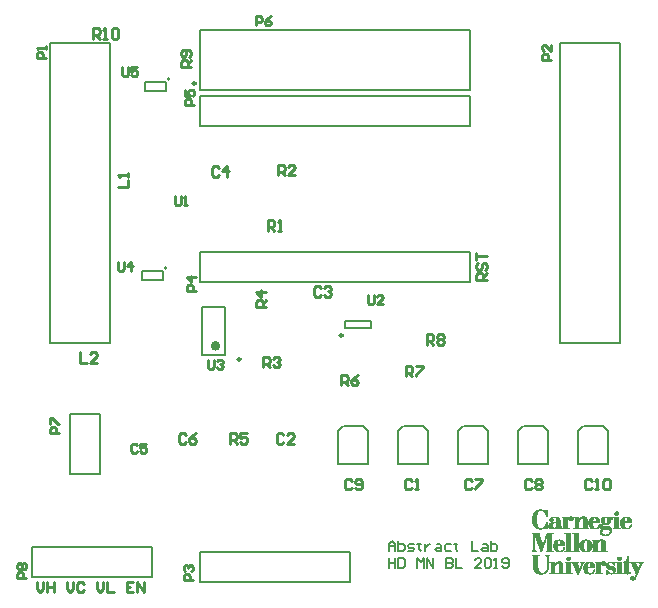
<source format=gto>
G04*
G04 #@! TF.GenerationSoftware,Altium Limited,Altium Designer,19.0.12 (326)*
G04*
G04 Layer_Color=65535*
%FSLAX25Y25*%
%MOIN*%
G70*
G01*
G75*
%ADD10C,0.01000*%
%ADD11C,0.00984*%
%ADD12C,0.00800*%
%ADD13C,0.01575*%
%ADD14C,0.00100*%
%ADD15C,0.00787*%
D10*
X68000Y173000D02*
G03*
X68000Y173000I-500J0D01*
G01*
X29500Y83399D02*
Y80000D01*
X31766D01*
X35165D02*
X32899D01*
X35165Y82266D01*
Y82832D01*
X34598Y83399D01*
X33465D01*
X32899Y82832D01*
X165000Y107500D02*
X161601D01*
Y109200D01*
X162168Y109766D01*
X163301D01*
X163867Y109200D01*
Y107500D01*
Y108633D02*
X165000Y109766D01*
X162168Y113165D02*
X161601Y112598D01*
Y111465D01*
X162168Y110899D01*
X162734D01*
X163301Y111465D01*
Y112598D01*
X163867Y113165D01*
X164434D01*
X165000Y112598D01*
Y111465D01*
X164434Y110899D01*
X161601Y114298D02*
Y116564D01*
Y115431D01*
X165000D01*
X145000Y86000D02*
Y89399D01*
X146700D01*
X147266Y88832D01*
Y87700D01*
X146700Y87133D01*
X145000D01*
X146133D02*
X147266Y86000D01*
X148399Y88832D02*
X148965Y89399D01*
X150098D01*
X150665Y88832D01*
Y88266D01*
X150098Y87700D01*
X150665Y87133D01*
Y86567D01*
X150098Y86000D01*
X148965D01*
X148399Y86567D01*
Y87133D01*
X148965Y87700D01*
X148399Y88266D01*
Y88832D01*
X148965Y87700D02*
X150098D01*
X138000Y75500D02*
Y78899D01*
X139699D01*
X140266Y78332D01*
Y77200D01*
X139699Y76633D01*
X138000D01*
X139133D02*
X140266Y75500D01*
X141399Y78899D02*
X143665D01*
Y78332D01*
X141399Y76066D01*
Y75500D01*
X116500Y72500D02*
Y75899D01*
X118200D01*
X118766Y75332D01*
Y74199D01*
X118200Y73633D01*
X116500D01*
X117633D02*
X118766Y72500D01*
X122165Y75899D02*
X121032Y75332D01*
X119899Y74199D01*
Y73067D01*
X120465Y72500D01*
X121598D01*
X122165Y73067D01*
Y73633D01*
X121598Y74199D01*
X119899D01*
X119966Y40532D02*
X119399Y41099D01*
X118266D01*
X117700Y40532D01*
Y38267D01*
X118266Y37700D01*
X119399D01*
X119966Y38267D01*
X121099D02*
X121665Y37700D01*
X122798D01*
X123365Y38267D01*
Y40532D01*
X122798Y41099D01*
X121665D01*
X121099Y40532D01*
Y39966D01*
X121665Y39399D01*
X123365D01*
X139966Y40532D02*
X139400Y41099D01*
X138267D01*
X137700Y40532D01*
Y38267D01*
X138267Y37700D01*
X139400D01*
X139966Y38267D01*
X141099Y37700D02*
X142232D01*
X141665D01*
Y41099D01*
X141099Y40532D01*
X159966D02*
X159399Y41099D01*
X158266D01*
X157700Y40532D01*
Y38267D01*
X158266Y37700D01*
X159399D01*
X159966Y38267D01*
X161099Y41099D02*
X163365D01*
Y40532D01*
X161099Y38267D01*
Y37700D01*
X179966Y40532D02*
X179400Y41099D01*
X178267D01*
X177700Y40532D01*
Y38267D01*
X178267Y37700D01*
X179400D01*
X179966Y38267D01*
X181099Y40532D02*
X181665Y41099D01*
X182798D01*
X183365Y40532D01*
Y39966D01*
X182798Y39399D01*
X183365Y38833D01*
Y38267D01*
X182798Y37700D01*
X181665D01*
X181099Y38267D01*
Y38833D01*
X181665Y39399D01*
X181099Y39966D01*
Y40532D01*
X181665Y39399D02*
X182798D01*
X199966Y40532D02*
X199399Y41099D01*
X198266D01*
X197700Y40532D01*
Y38267D01*
X198266Y37700D01*
X199399D01*
X199966Y38267D01*
X201099Y37700D02*
X202232D01*
X201665D01*
Y41099D01*
X201099Y40532D01*
X203931D02*
X204498Y41099D01*
X205631D01*
X206197Y40532D01*
Y38267D01*
X205631Y37700D01*
X204498D01*
X203931Y38267D01*
Y40532D01*
X97266Y55832D02*
X96700Y56399D01*
X95566D01*
X95000Y55832D01*
Y53566D01*
X95566Y53000D01*
X96700D01*
X97266Y53566D01*
X100665Y53000D02*
X98399D01*
X100665Y55266D01*
Y55832D01*
X100098Y56399D01*
X98965D01*
X98399Y55832D01*
X79500Y53000D02*
Y56399D01*
X81200D01*
X81766Y55832D01*
Y54699D01*
X81200Y54133D01*
X79500D01*
X80633D02*
X81766Y53000D01*
X85165Y56399D02*
X82899D01*
Y54699D01*
X84032Y55266D01*
X84598D01*
X85165Y54699D01*
Y53566D01*
X84598Y53000D01*
X83465D01*
X82899Y53566D01*
X64766Y55832D02*
X64200Y56399D01*
X63067D01*
X62500Y55832D01*
Y53566D01*
X63067Y53000D01*
X64200D01*
X64766Y53566D01*
X68165Y56399D02*
X67032Y55832D01*
X65899Y54699D01*
Y53566D01*
X66465Y53000D01*
X67598D01*
X68165Y53566D01*
Y54133D01*
X67598Y54699D01*
X65899D01*
X90500Y78500D02*
Y81899D01*
X92199D01*
X92766Y81332D01*
Y80199D01*
X92199Y79633D01*
X90500D01*
X91633D02*
X92766Y78500D01*
X93899Y81332D02*
X94465Y81899D01*
X95598D01*
X96165Y81332D01*
Y80766D01*
X95598Y80199D01*
X95032D01*
X95598D01*
X96165Y79633D01*
Y79066D01*
X95598Y78500D01*
X94465D01*
X93899Y79066D01*
X125421Y102499D02*
Y100000D01*
X125921Y99500D01*
X126921D01*
X127421Y100000D01*
Y102499D01*
X130420Y99500D02*
X128420D01*
X130420Y101499D01*
Y101999D01*
X129920Y102499D01*
X128920D01*
X128420Y101999D01*
X109766Y104832D02*
X109200Y105399D01*
X108066D01*
X107500Y104832D01*
Y102567D01*
X108066Y102000D01*
X109200D01*
X109766Y102567D01*
X110899Y104832D02*
X111465Y105399D01*
X112598D01*
X113165Y104832D01*
Y104266D01*
X112598Y103700D01*
X112032D01*
X112598D01*
X113165Y103133D01*
Y102567D01*
X112598Y102000D01*
X111465D01*
X110899Y102567D01*
X91500Y98500D02*
X88101D01*
Y100199D01*
X88668Y100766D01*
X89801D01*
X90367Y100199D01*
Y98500D01*
Y99633D02*
X91500Y100766D01*
Y103598D02*
X88101D01*
X89801Y101899D01*
Y104165D01*
X75766Y144832D02*
X75200Y145399D01*
X74067D01*
X73500Y144832D01*
Y142567D01*
X74067Y142000D01*
X75200D01*
X75766Y142567D01*
X78598Y142000D02*
Y145399D01*
X76899Y143700D01*
X79165D01*
X95500Y142500D02*
Y145899D01*
X97199D01*
X97766Y145332D01*
Y144200D01*
X97199Y143633D01*
X95500D01*
X96633D02*
X97766Y142500D01*
X101165D02*
X98899D01*
X101165Y144766D01*
Y145332D01*
X100598Y145899D01*
X99465D01*
X98899Y145332D01*
X92000Y124000D02*
Y127399D01*
X93700D01*
X94266Y126832D01*
Y125699D01*
X93700Y125133D01*
X92000D01*
X93133D02*
X94266Y124000D01*
X95399D02*
X96532D01*
X95965D01*
Y127399D01*
X95399Y126832D01*
X42000Y113574D02*
Y111075D01*
X42500Y110575D01*
X43499D01*
X43999Y111075D01*
Y113574D01*
X46499Y110575D02*
Y113574D01*
X44999Y112074D01*
X46998D01*
X72000Y80999D02*
Y78500D01*
X72500Y78000D01*
X73500D01*
X73999Y78500D01*
Y80999D01*
X74999Y80499D02*
X75499Y80999D01*
X76499D01*
X76998Y80499D01*
Y79999D01*
X76499Y79500D01*
X75999D01*
X76499D01*
X76998Y79000D01*
Y78500D01*
X76499Y78000D01*
X75499D01*
X74999Y78500D01*
X68000Y104000D02*
X65001D01*
Y105499D01*
X65501Y105999D01*
X66501D01*
X67000Y105499D01*
Y104000D01*
X68000Y108499D02*
X65001D01*
X66501Y106999D01*
Y108998D01*
X61000Y135499D02*
Y133000D01*
X61500Y132500D01*
X62499D01*
X62999Y133000D01*
Y135499D01*
X63999Y132500D02*
X64999D01*
X64499D01*
Y135499D01*
X63999Y134999D01*
X42101Y138500D02*
X45500D01*
Y140766D01*
Y141899D02*
Y143032D01*
Y142465D01*
X42101D01*
X42668Y141899D01*
X88000Y192500D02*
Y195499D01*
X89499D01*
X89999Y194999D01*
Y194000D01*
X89499Y193500D01*
X88000D01*
X92998Y195499D02*
X91999Y194999D01*
X90999Y194000D01*
Y193000D01*
X91499Y192500D01*
X92499D01*
X92998Y193000D01*
Y193500D01*
X92499Y194000D01*
X90999D01*
X33750Y188000D02*
Y191399D01*
X35449D01*
X36016Y190832D01*
Y189699D01*
X35449Y189133D01*
X33750D01*
X34883D02*
X36016Y188000D01*
X37149D02*
X38282D01*
X37716D01*
Y191399D01*
X37149Y190832D01*
X39981D02*
X40548Y191399D01*
X41681D01*
X42247Y190832D01*
Y188567D01*
X41681Y188000D01*
X40548D01*
X39981Y188567D01*
Y190832D01*
X67500Y166000D02*
X64501D01*
Y167499D01*
X65001Y167999D01*
X66000D01*
X66500Y167499D01*
Y166000D01*
X64501Y170998D02*
Y168999D01*
X66000D01*
X65501Y169999D01*
Y170499D01*
X66000Y170998D01*
X67000D01*
X67500Y170499D01*
Y169499D01*
X67000Y168999D01*
X43500Y178499D02*
Y176000D01*
X44000Y175500D01*
X45000D01*
X45499Y176000D01*
Y178499D01*
X48498D02*
X46499D01*
Y176999D01*
X47499Y177499D01*
X47999D01*
X48498Y176999D01*
Y176000D01*
X47999Y175500D01*
X46999D01*
X46499Y176000D01*
X186500Y181000D02*
X183501D01*
Y182500D01*
X184001Y182999D01*
X185001D01*
X185500Y182500D01*
Y181000D01*
X186500Y185998D02*
Y183999D01*
X184501Y185998D01*
X184001D01*
X183501Y185499D01*
Y184499D01*
X184001Y183999D01*
X18000Y181500D02*
X15001D01*
Y183000D01*
X15501Y183499D01*
X16500D01*
X17000Y183000D01*
Y181500D01*
X18000Y184499D02*
Y185499D01*
Y184999D01*
X15001D01*
X15501Y184499D01*
X48499Y52499D02*
X48000Y52999D01*
X47000D01*
X46500Y52499D01*
Y50500D01*
X47000Y50000D01*
X48000D01*
X48499Y50500D01*
X51498Y52999D02*
X49499D01*
Y51499D01*
X50499Y51999D01*
X50999D01*
X51498Y51499D01*
Y50500D01*
X50999Y50000D01*
X49999D01*
X49499Y50500D01*
X22500Y56500D02*
X19501D01*
Y57999D01*
X20001Y58499D01*
X21001D01*
X21500Y57999D01*
Y56500D01*
X19501Y59499D02*
Y61498D01*
X20001D01*
X22000Y59499D01*
X22500D01*
X47266Y6899D02*
X45000D01*
Y3500D01*
X47266D01*
X45000Y5200D02*
X46133D01*
X48399Y3500D02*
Y6899D01*
X50665Y3500D01*
Y6899D01*
X35000D02*
Y4633D01*
X36133Y3500D01*
X37266Y4633D01*
Y6899D01*
X38399D02*
Y3500D01*
X40665D01*
X25000Y6899D02*
Y4633D01*
X26133Y3500D01*
X27266Y4633D01*
Y6899D01*
X30665Y6332D02*
X30098Y6899D01*
X28965D01*
X28399Y6332D01*
Y4067D01*
X28965Y3500D01*
X30098D01*
X30665Y4067D01*
X15000Y6899D02*
Y4633D01*
X16133Y3500D01*
X17266Y4633D01*
Y6899D01*
X18399D02*
Y3500D01*
Y5200D01*
X20665D01*
Y6899D01*
Y3500D01*
X67000Y7500D02*
X64001D01*
Y8999D01*
X64501Y9499D01*
X65500D01*
X66000Y8999D01*
Y7500D01*
X64501Y10499D02*
X64001Y10999D01*
Y11999D01*
X64501Y12498D01*
X65001D01*
X65500Y11999D01*
Y11499D01*
Y11999D01*
X66000Y12498D01*
X66500D01*
X67000Y11999D01*
Y10999D01*
X66500Y10499D01*
X11500Y8149D02*
X8501D01*
Y9648D01*
X9001Y10148D01*
X10001D01*
X10500Y9648D01*
Y8149D01*
X9001Y11148D02*
X8501Y11648D01*
Y12648D01*
X9001Y13147D01*
X9501D01*
X10001Y12648D01*
X10500Y13147D01*
X11000D01*
X11500Y12648D01*
Y11648D01*
X11000Y11148D01*
X10500D01*
X10001Y11648D01*
X9501Y11148D01*
X9001D01*
X10001Y11648D02*
Y12648D01*
X66500Y178500D02*
X63101D01*
Y180200D01*
X63668Y180766D01*
X64801D01*
X65367Y180200D01*
Y178500D01*
Y179633D02*
X66500Y180766D01*
X65934Y181899D02*
X66500Y182465D01*
Y183598D01*
X65934Y184165D01*
X63668D01*
X63101Y183598D01*
Y182465D01*
X63668Y181899D01*
X64234D01*
X64801Y182465D01*
Y184165D01*
D11*
X116980Y89000D02*
G03*
X116980Y89000I-492J0D01*
G01*
X82957Y81051D02*
G03*
X82957Y81051I-492J0D01*
G01*
D12*
X58208Y111480D02*
G03*
X58208Y111480I-318J0D01*
G01*
X59208Y174480D02*
G03*
X59208Y174480I-318J0D01*
G01*
X132300Y17238D02*
Y19371D01*
X133366Y20437D01*
X134433Y19371D01*
Y17238D01*
Y18838D01*
X132300D01*
X135499Y20437D02*
Y17238D01*
X137099D01*
X137632Y17771D01*
Y18304D01*
Y18838D01*
X137099Y19371D01*
X135499D01*
X138698Y17238D02*
X140297D01*
X140831Y17771D01*
X140297Y18304D01*
X139231D01*
X138698Y18838D01*
X139231Y19371D01*
X140831D01*
X142430Y19904D02*
Y19371D01*
X141897D01*
X142963D01*
X142430D01*
Y17771D01*
X142963Y17238D01*
X144563Y19371D02*
Y17238D01*
Y18304D01*
X145096Y18838D01*
X145629Y19371D01*
X146162D01*
X148295D02*
X149361D01*
X149894Y18838D01*
Y17238D01*
X148295D01*
X147762Y17771D01*
X148295Y18304D01*
X149894D01*
X153093Y19371D02*
X151494D01*
X150961Y18838D01*
Y17771D01*
X151494Y17238D01*
X153093D01*
X154693Y19904D02*
Y19371D01*
X154160D01*
X155226D01*
X154693D01*
Y17771D01*
X155226Y17238D01*
X160024Y20437D02*
Y17238D01*
X162157D01*
X163757Y19371D02*
X164823D01*
X165356Y18838D01*
Y17238D01*
X163757D01*
X163223Y17771D01*
X163757Y18304D01*
X165356D01*
X166422Y20437D02*
Y17238D01*
X168022D01*
X168555Y17771D01*
Y18304D01*
Y18838D01*
X168022Y19371D01*
X166422D01*
X132300Y14678D02*
Y11479D01*
Y13079D01*
X134433D01*
Y14678D01*
Y11479D01*
X135499Y14678D02*
Y11479D01*
X137099D01*
X137632Y12013D01*
Y14145D01*
X137099Y14678D01*
X135499D01*
X141897Y11479D02*
Y14678D01*
X142963Y13612D01*
X144029Y14678D01*
Y11479D01*
X145096D02*
Y14678D01*
X147229Y11479D01*
Y14678D01*
X151494D02*
Y11479D01*
X153093D01*
X153627Y12013D01*
Y12546D01*
X153093Y13079D01*
X151494D01*
X153093D01*
X153627Y13612D01*
Y14145D01*
X153093Y14678D01*
X151494D01*
X154693D02*
Y11479D01*
X156825D01*
X163223D02*
X161091D01*
X163223Y13612D01*
Y14145D01*
X162690Y14678D01*
X161624D01*
X161091Y14145D01*
X164290D02*
X164823Y14678D01*
X165889D01*
X166422Y14145D01*
Y12013D01*
X165889Y11479D01*
X164823D01*
X164290Y12013D01*
Y14145D01*
X167489Y11479D02*
X168555D01*
X168022D01*
Y14678D01*
X167489Y14145D01*
X170155Y12013D02*
X170688Y11479D01*
X171754D01*
X172287Y12013D01*
Y14145D01*
X171754Y14678D01*
X170688D01*
X170155Y14145D01*
Y13612D01*
X170688Y13079D01*
X172287D01*
D13*
X75378Y85579D02*
G03*
X75378Y85579I-787J0D01*
G01*
D14*
X213300Y7600D02*
X213800D01*
X213100Y7700D02*
X214000D01*
X213000Y7800D02*
X214100D01*
X213000Y7900D02*
X214200D01*
X212900Y8000D02*
X214300D01*
X212900Y8100D02*
X214300D01*
X212900Y8200D02*
X214400D01*
X214200Y8300D02*
X214500D01*
X212900D02*
X214100D01*
X214200Y8400D02*
X214500D01*
X212900D02*
X214100D01*
X214300Y8500D02*
X214500D01*
X213000D02*
X214000D01*
X214300Y8600D02*
X214600D01*
X213100D02*
X213900D01*
X214300Y8700D02*
X214600D01*
X213200D02*
X213800D01*
X214400Y8800D02*
X214700D01*
X214400Y8900D02*
X214700D01*
X214500Y9000D02*
X214700D01*
X214500Y9100D02*
X214800D01*
X214600Y9200D02*
X214800D01*
X214600Y9300D02*
X214900D01*
X214700Y9400D02*
X214900D01*
X214700Y9500D02*
X215000D01*
X214700Y9600D02*
X215000D01*
X211700D02*
X211800D01*
X206300D02*
X206500D01*
X204900D02*
X205100D01*
X199000D02*
X199300D01*
X195100D02*
X195400D01*
X182500D02*
X183500D01*
X214700Y9700D02*
X215100D01*
X211300D02*
X212200D01*
X207900D02*
X210300D01*
X205800D02*
X206900D01*
X204900D02*
X205200D01*
X198500D02*
X199800D01*
X195100D02*
X195400D01*
X191000D02*
X193400D01*
X188500D02*
X190800D01*
X185800D02*
X188100D01*
X182100D02*
X183900D01*
X214700Y9800D02*
X215100D01*
X211100D02*
X212400D01*
X207900D02*
X210400D01*
X205500D02*
X207100D01*
X204900D02*
X205300D01*
X201000D02*
X203600D01*
X198300D02*
X200000D01*
X195100D02*
X195500D01*
X191000D02*
X193400D01*
X188500D02*
X190800D01*
X185800D02*
X188100D01*
X181800D02*
X184200D01*
X214600Y9900D02*
X215100D01*
X211000D02*
X212600D01*
X207900D02*
X210400D01*
X206600D02*
X207300D01*
X204900D02*
X206200D01*
X201000D02*
X203600D01*
X199700D02*
X200200D01*
X198100D02*
X199100D01*
X195000D02*
X195500D01*
X191000D02*
X193400D01*
X188500D02*
X190800D01*
X185800D02*
X188100D01*
X181600D02*
X184400D01*
X214600Y10000D02*
X215200D01*
X210900D02*
X212700D01*
X208500D02*
X209700D01*
X206900D02*
X207400D01*
X204900D02*
X205900D01*
X201600D02*
X202800D01*
X199900D02*
X200300D01*
X197900D02*
X198900D01*
X195000D02*
X195600D01*
X191600D02*
X192800D01*
X189000D02*
X190200D01*
X186400D02*
X187600D01*
X184000D02*
X184600D01*
X181500D02*
X182900D01*
X214500Y10100D02*
X215200D01*
X212400D02*
X212700D01*
X210800D02*
X212000D01*
X208500D02*
X209700D01*
X207100D02*
X207500D01*
X204900D02*
X205700D01*
X201600D02*
X202800D01*
X200100D02*
X200400D01*
X197800D02*
X198800D01*
X195000D02*
X195600D01*
X191600D02*
X192800D01*
X189000D02*
X190200D01*
X186400D02*
X187600D01*
X184200D02*
X184700D01*
X181300D02*
X182700D01*
X214500Y10200D02*
X215300D01*
X212500D02*
X212800D01*
X210800D02*
X212000D01*
X208500D02*
X209700D01*
X207100D02*
X207500D01*
X204900D02*
X205600D01*
X201600D02*
X202800D01*
X200200D02*
X200500D01*
X197700D02*
X198700D01*
X194900D02*
X195600D01*
X191600D02*
X192800D01*
X189000D02*
X190200D01*
X186400D02*
X187600D01*
X184400D02*
X184800D01*
X181200D02*
X182500D01*
X214500Y10300D02*
X215300D01*
X212600D02*
X212900D01*
X210800D02*
X212000D01*
X208500D02*
X209700D01*
X207200D02*
X207600D01*
X204900D02*
X205500D01*
X201600D02*
X202800D01*
X200300D02*
X200600D01*
X197600D02*
X198600D01*
X194900D02*
X195700D01*
X191600D02*
X192800D01*
X189000D02*
X190200D01*
X186400D02*
X187600D01*
X184500D02*
X184900D01*
X181100D02*
X182400D01*
X214400Y10400D02*
X215300D01*
X210800D02*
X212000D01*
X208500D02*
X209700D01*
X207200D02*
X207600D01*
X204900D02*
X205400D01*
X201600D02*
X202800D01*
X200400D02*
X200700D01*
X197500D02*
X198600D01*
X194800D02*
X195700D01*
X191600D02*
X192800D01*
X189000D02*
X190200D01*
X186400D02*
X187600D01*
X184600D02*
X185000D01*
X181000D02*
X182300D01*
X214400Y10500D02*
X215400D01*
X210700D02*
X212000D01*
X208500D02*
X209700D01*
X207200D02*
X207700D01*
X204900D02*
X205300D01*
X201600D02*
X202800D01*
X200500D02*
X200700D01*
X197500D02*
X198500D01*
X194800D02*
X195800D01*
X191600D02*
X192800D01*
X189000D02*
X190200D01*
X186400D02*
X187600D01*
X184700D02*
X185000D01*
X181000D02*
X182200D01*
X214300Y10600D02*
X215400D01*
X210700D02*
X212000D01*
X208500D02*
X209700D01*
X207200D02*
X207700D01*
X204900D02*
X205300D01*
X201600D02*
X202800D01*
X200500D02*
X200800D01*
X197400D02*
X198500D01*
X194700D02*
X195800D01*
X191600D02*
X192800D01*
X189000D02*
X190200D01*
X186400D02*
X187600D01*
X184800D02*
X185100D01*
X180900D02*
X182200D01*
X214300Y10700D02*
X215500D01*
X210700D02*
X212000D01*
X208500D02*
X209700D01*
X207200D02*
X207800D01*
X204900D02*
X205200D01*
X201600D02*
X202800D01*
X200600D02*
X200800D01*
X197400D02*
X198500D01*
X194700D02*
X195900D01*
X191600D02*
X192800D01*
X189000D02*
X190200D01*
X186400D02*
X187600D01*
X184800D02*
X185100D01*
X180800D02*
X182100D01*
X214200Y10800D02*
X215500D01*
X210700D02*
X212000D01*
X208500D02*
X209700D01*
X207200D02*
X207800D01*
X204900D02*
X205200D01*
X201600D02*
X202800D01*
X200600D02*
X200800D01*
X197300D02*
X198500D01*
X194600D02*
X195900D01*
X191600D02*
X192800D01*
X189000D02*
X190200D01*
X186400D02*
X187600D01*
X184900D02*
X185100D01*
X180800D02*
X182100D01*
X214200Y10900D02*
X215500D01*
X210700D02*
X212000D01*
X208500D02*
X209700D01*
X207100D02*
X207800D01*
X204900D02*
X205200D01*
X201600D02*
X202800D01*
X200600D02*
X200900D01*
X197300D02*
X198500D01*
X194600D02*
X196000D01*
X191600D02*
X192800D01*
X189000D02*
X190200D01*
X186400D02*
X187600D01*
X184900D02*
X185200D01*
X180800D02*
X182100D01*
X214200Y11000D02*
X215600D01*
X210700D02*
X212000D01*
X208500D02*
X209700D01*
X206800D02*
X207800D01*
X204900D02*
X205100D01*
X201600D02*
X202800D01*
X200700D02*
X200900D01*
X197300D02*
X198500D01*
X194500D02*
X196000D01*
X191600D02*
X192800D01*
X189000D02*
X190200D01*
X186400D02*
X187600D01*
X184900D02*
X185200D01*
X180700D02*
X182000D01*
X214100Y11100D02*
X215600D01*
X210700D02*
X212000D01*
X208500D02*
X209700D01*
X206100D02*
X207800D01*
X201600D02*
X202800D01*
X200700D02*
X200900D01*
X197200D02*
X198500D01*
X194500D02*
X196000D01*
X191600D02*
X192800D01*
X189000D02*
X190200D01*
X186400D02*
X187600D01*
X185000D02*
X185200D01*
X180700D02*
X182000D01*
X214100Y11200D02*
X215700D01*
X210700D02*
X212000D01*
X208500D02*
X209700D01*
X205600D02*
X207800D01*
X201600D02*
X202800D01*
X197200D02*
X198500D01*
X194500D02*
X196100D01*
X191600D02*
X192800D01*
X189000D02*
X190200D01*
X186400D02*
X187600D01*
X185000D02*
X185200D01*
X180700D02*
X182000D01*
X214000Y11300D02*
X215700D01*
X210700D02*
X212000D01*
X208500D02*
X209700D01*
X205400D02*
X207800D01*
X201600D02*
X202800D01*
X197200D02*
X198500D01*
X194400D02*
X196100D01*
X191600D02*
X192800D01*
X189000D02*
X190200D01*
X186400D02*
X187600D01*
X185000D02*
X185300D01*
X180600D02*
X182000D01*
X215500Y11400D02*
X215800D01*
X214000D02*
X215300D01*
X210700D02*
X212000D01*
X208500D02*
X209700D01*
X205200D02*
X207800D01*
X201600D02*
X202800D01*
X197200D02*
X198500D01*
X195900D02*
X196200D01*
X194400D02*
X195700D01*
X191600D02*
X192800D01*
X189000D02*
X190200D01*
X186400D02*
X187600D01*
X185000D02*
X185300D01*
X180600D02*
X182000D01*
X215500Y11500D02*
X215800D01*
X213900D02*
X215300D01*
X210700D02*
X212000D01*
X208500D02*
X209700D01*
X205100D02*
X207700D01*
X201600D02*
X202800D01*
X197200D02*
X198500D01*
X195900D02*
X196200D01*
X194300D02*
X195700D01*
X191600D02*
X192800D01*
X189000D02*
X190200D01*
X186400D02*
X187600D01*
X185000D02*
X185300D01*
X180600D02*
X181900D01*
X215600Y11600D02*
X215900D01*
X213900D02*
X215200D01*
X210700D02*
X212000D01*
X208500D02*
X209700D01*
X205100D02*
X207700D01*
X201600D02*
X202800D01*
X197200D02*
X198500D01*
X196000D02*
X196300D01*
X194300D02*
X195600D01*
X191600D02*
X192800D01*
X189000D02*
X190200D01*
X186400D02*
X187600D01*
X185000D02*
X185300D01*
X180600D02*
X181900D01*
X215600Y11700D02*
X215900D01*
X213900D02*
X215200D01*
X210700D02*
X212000D01*
X208500D02*
X209700D01*
X205000D02*
X207600D01*
X201600D02*
X202800D01*
X197200D02*
X198500D01*
X196000D02*
X196300D01*
X194200D02*
X195600D01*
X191600D02*
X192800D01*
X189000D02*
X190200D01*
X186400D02*
X187600D01*
X185000D02*
X185300D01*
X180600D02*
X181900D01*
X215700Y11800D02*
X215900D01*
X213800D02*
X215200D01*
X210700D02*
X212000D01*
X208500D02*
X209700D01*
X205000D02*
X207600D01*
X201600D02*
X202800D01*
X197200D02*
X198500D01*
X196100D02*
X196300D01*
X194200D02*
X195500D01*
X191600D02*
X192800D01*
X189000D02*
X190200D01*
X186400D02*
X187600D01*
X185000D02*
X185300D01*
X180600D02*
X181900D01*
X215700Y11900D02*
X216000D01*
X213800D02*
X215100D01*
X210700D02*
X212000D01*
X208500D02*
X209700D01*
X204900D02*
X207500D01*
X201600D02*
X202800D01*
X197200D02*
X200900D01*
X196100D02*
X196400D01*
X194100D02*
X195500D01*
X191600D02*
X192800D01*
X189000D02*
X190200D01*
X186400D02*
X187600D01*
X185000D02*
X185300D01*
X180600D02*
X181900D01*
X215700Y12000D02*
X216000D01*
X213700D02*
X215100D01*
X210700D02*
X212000D01*
X208500D02*
X209700D01*
X204900D02*
X207400D01*
X201600D02*
X202800D01*
X197200D02*
X200900D01*
X196200D02*
X196400D01*
X194100D02*
X195400D01*
X191600D02*
X192800D01*
X189000D02*
X190200D01*
X186400D02*
X187600D01*
X185000D02*
X185300D01*
X180600D02*
X181900D01*
X215800Y12100D02*
X216100D01*
X213700D02*
X215000D01*
X210700D02*
X212000D01*
X208500D02*
X209700D01*
X204900D02*
X207200D01*
X201600D02*
X202800D01*
X199600D02*
X200900D01*
X197200D02*
X198500D01*
X196200D02*
X196400D01*
X194100D02*
X195400D01*
X191600D02*
X192800D01*
X189000D02*
X190200D01*
X186400D02*
X187600D01*
X185000D02*
X185300D01*
X180600D02*
X181900D01*
X215800Y12200D02*
X216100D01*
X213600D02*
X215000D01*
X210700D02*
X212000D01*
X208500D02*
X209700D01*
X204900D02*
X206900D01*
X201600D02*
X202900D01*
X199600D02*
X200900D01*
X197300D02*
X198500D01*
X196200D02*
X196500D01*
X194000D02*
X195300D01*
X191600D02*
X192800D01*
X189000D02*
X190200D01*
X186400D02*
X187600D01*
X185000D02*
X185300D01*
X180600D02*
X181900D01*
X215900Y12300D02*
X216200D01*
X213600D02*
X214900D01*
X210700D02*
X212000D01*
X208500D02*
X209700D01*
X204900D02*
X206400D01*
X201600D02*
X202900D01*
X199600D02*
X200800D01*
X197300D02*
X198500D01*
X196300D02*
X196500D01*
X194000D02*
X195300D01*
X191600D02*
X192800D01*
X189000D02*
X190200D01*
X186400D02*
X187600D01*
X185000D02*
X185300D01*
X180600D02*
X181900D01*
X215900Y12400D02*
X216200D01*
X213600D02*
X214900D01*
X210700D02*
X212000D01*
X208500D02*
X209700D01*
X204900D02*
X205800D01*
X201600D02*
X202900D01*
X199600D02*
X200800D01*
X197300D02*
X198500D01*
X196300D02*
X196600D01*
X194000D02*
X195300D01*
X191600D02*
X192800D01*
X189000D02*
X190200D01*
X186400D02*
X187600D01*
X185000D02*
X185300D01*
X180600D02*
X181900D01*
X216000Y12500D02*
X216200D01*
X213500D02*
X214800D01*
X210700D02*
X212000D01*
X208500D02*
X209700D01*
X207300D02*
X207500D01*
X204900D02*
X205500D01*
X203700D02*
X204300D01*
X201600D02*
X202900D01*
X199600D02*
X200800D01*
X197400D02*
X198500D01*
X196300D02*
X196600D01*
X193900D02*
X195200D01*
X191600D02*
X192800D01*
X189000D02*
X190200D01*
X186400D02*
X187700D01*
X185000D02*
X185300D01*
X180600D02*
X181900D01*
X216000Y12600D02*
X216300D01*
X213500D02*
X214800D01*
X210700D02*
X212000D01*
X208500D02*
X209700D01*
X207300D02*
X207500D01*
X204900D02*
X205400D01*
X203600D02*
X204500D01*
X201600D02*
X202900D01*
X199600D02*
X200700D01*
X197400D02*
X198500D01*
X196400D02*
X196700D01*
X193900D02*
X195200D01*
X191600D02*
X192800D01*
X189000D02*
X190200D01*
X186400D02*
X187700D01*
X185000D02*
X185300D01*
X180600D02*
X181900D01*
X216100Y12700D02*
X216300D01*
X213400D02*
X214700D01*
X210700D02*
X212000D01*
X208500D02*
X209700D01*
X207200D02*
X207500D01*
X204900D02*
X205400D01*
X203500D02*
X204600D01*
X201600D02*
X203000D01*
X199600D02*
X200700D01*
X197500D02*
X198500D01*
X196400D02*
X196700D01*
X193800D02*
X195100D01*
X191600D02*
X192800D01*
X189000D02*
X190200D01*
X186400D02*
X187800D01*
X185000D02*
X185300D01*
X180600D02*
X181900D01*
X216100Y12800D02*
X216400D01*
X213400D02*
X214700D01*
X210700D02*
X212000D01*
X208500D02*
X209700D01*
X207200D02*
X207500D01*
X204900D02*
X205400D01*
X203400D02*
X204600D01*
X201600D02*
X203000D01*
X199600D02*
X200600D01*
X197500D02*
X198500D01*
X196500D02*
X196800D01*
X193800D02*
X195100D01*
X191600D02*
X192800D01*
X189000D02*
X190200D01*
X186400D02*
X187900D01*
X185000D02*
X185300D01*
X180600D02*
X181900D01*
X216100Y12900D02*
X216400D01*
X213300D02*
X214600D01*
X210700D02*
X212000D01*
X208500D02*
X209700D01*
X207100D02*
X207500D01*
X205000D02*
X205400D01*
X203400D02*
X204600D01*
X201600D02*
X203000D01*
X199600D02*
X200500D01*
X197600D02*
X198500D01*
X196500D02*
X196800D01*
X193700D02*
X195100D01*
X191600D02*
X192800D01*
X189000D02*
X190200D01*
X186400D02*
X187900D01*
X185000D02*
X185300D01*
X180600D02*
X181900D01*
X216100Y13000D02*
X216500D01*
X213300D02*
X214600D01*
X210700D02*
X212000D01*
X208500D02*
X209700D01*
X207000D02*
X207500D01*
X205000D02*
X205400D01*
X203400D02*
X204700D01*
X202900D02*
X203100D01*
X201600D02*
X202800D01*
X199600D02*
X200500D01*
X197700D02*
X198500D01*
X196500D02*
X196900D01*
X193700D02*
X195000D01*
X191600D02*
X192800D01*
X189000D02*
X190100D01*
X187700D02*
X188000D01*
X186400D02*
X187600D01*
X185000D02*
X185300D01*
X180600D02*
X181900D01*
X216200Y13100D02*
X216500D01*
X213200D02*
X214600D01*
X210700D02*
X212000D01*
X208500D02*
X209700D01*
X207000D02*
X207500D01*
X205100D02*
X205400D01*
X203400D02*
X204700D01*
X202900D02*
X203100D01*
X201600D02*
X202800D01*
X199500D02*
X200400D01*
X197800D02*
X198600D01*
X196500D02*
X196900D01*
X193600D02*
X195000D01*
X191600D02*
X192800D01*
X189000D02*
X190100D01*
X187700D02*
X188100D01*
X186400D02*
X187600D01*
X185000D02*
X185300D01*
X180600D02*
X181900D01*
X216100Y13200D02*
X216600D01*
X213200D02*
X214500D01*
X210700D02*
X212000D01*
X208500D02*
X209700D01*
X206800D02*
X207500D01*
X205200D02*
X205500D01*
X203400D02*
X204700D01*
X203000D02*
X203200D01*
X201600D02*
X202800D01*
X199500D02*
X200300D01*
X197900D02*
X198600D01*
X196500D02*
X197000D01*
X193600D02*
X194900D01*
X191600D02*
X192800D01*
X188900D02*
X190000D01*
X187800D02*
X188200D01*
X186400D02*
X187600D01*
X185000D02*
X185300D01*
X180600D02*
X181900D01*
X215900Y13300D02*
X216800D01*
X213200D02*
X214500D01*
X210700D02*
X212000D01*
X208500D02*
X209700D01*
X206700D02*
X207500D01*
X205200D02*
X205600D01*
X203000D02*
X204600D01*
X201600D02*
X202800D01*
X199400D02*
X200100D01*
X198000D02*
X198700D01*
X196400D02*
X197200D01*
X193600D02*
X194900D01*
X191600D02*
X192800D01*
X188700D02*
X190000D01*
X187900D02*
X188400D01*
X186400D02*
X187600D01*
X185000D02*
X185300D01*
X180600D02*
X181900D01*
X215600Y13400D02*
X217000D01*
X210300D02*
X215000D01*
X207900D02*
X209700D01*
X206500D02*
X207500D01*
X205300D02*
X205900D01*
X203100D02*
X204600D01*
X201000D02*
X202800D01*
X199200D02*
X200000D01*
X198200D02*
X198900D01*
X196000D02*
X197400D01*
X193100D02*
X195300D01*
X191000D02*
X192800D01*
X188100D02*
X189900D01*
X185800D02*
X187600D01*
X185000D02*
X185300D01*
X180600D02*
X181900D01*
X215600Y13500D02*
X217000D01*
X210300D02*
X215000D01*
X207900D02*
X209700D01*
X207200D02*
X207500D01*
X205500D02*
X207000D01*
X203200D02*
X204500D01*
X201000D02*
X202800D01*
X198300D02*
X199800D01*
X196000D02*
X197400D01*
X193100D02*
X195300D01*
X191000D02*
X192800D01*
X188200D02*
X189800D01*
X185800D02*
X187600D01*
X185000D02*
X185300D01*
X180600D02*
X181900D01*
X210500Y13600D02*
X212000D01*
X207300D02*
X207500D01*
X205700D02*
X206600D01*
X203400D02*
X204400D01*
X198600D02*
X199600D01*
X188400D02*
X189600D01*
X185000D02*
X185300D01*
X180600D02*
X181900D01*
X210800Y13700D02*
X212000D01*
X203600D02*
X204200D01*
X188800D02*
X189300D01*
X185000D02*
X185300D01*
X180600D02*
X181900D01*
X211000Y13800D02*
X212000D01*
X185000D02*
X185300D01*
X180600D02*
X181900D01*
X211100Y13900D02*
X212000D01*
X185000D02*
X185300D01*
X180600D02*
X181900D01*
X211200Y14000D02*
X212000D01*
X185000D02*
X185300D01*
X180600D02*
X181900D01*
X211300Y14100D02*
X212000D01*
X185000D02*
X185300D01*
X180600D02*
X181900D01*
X211400Y14200D02*
X212000D01*
X208900D02*
X209400D01*
X192000D02*
X192400D01*
X185000D02*
X185300D01*
X180600D02*
X181900D01*
X211500Y14300D02*
X212000D01*
X208800D02*
X209500D01*
X191800D02*
X192600D01*
X185000D02*
X185300D01*
X180600D02*
X181900D01*
X211500Y14400D02*
X212000D01*
X208700D02*
X209600D01*
X191800D02*
X192700D01*
X185000D02*
X185300D01*
X180600D02*
X181900D01*
X211600Y14500D02*
X212000D01*
X208600D02*
X209700D01*
X191700D02*
X192800D01*
X185000D02*
X185300D01*
X180600D02*
X181900D01*
X211600Y14600D02*
X212000D01*
X208600D02*
X209700D01*
X191600D02*
X192800D01*
X185000D02*
X185300D01*
X180600D02*
X181900D01*
X211700Y14700D02*
X212000D01*
X208600D02*
X209700D01*
X191600D02*
X192800D01*
X185000D02*
X185300D01*
X180600D02*
X181900D01*
X211700Y14800D02*
X212000D01*
X208500D02*
X209700D01*
X191600D02*
X192800D01*
X185000D02*
X185300D01*
X180600D02*
X181900D01*
X211700Y14900D02*
X212000D01*
X208600D02*
X209700D01*
X191600D02*
X192800D01*
X185000D02*
X185300D01*
X180600D02*
X181900D01*
X211700Y15000D02*
X212000D01*
X208600D02*
X209700D01*
X191700D02*
X192800D01*
X185000D02*
X185300D01*
X180600D02*
X181900D01*
X211800Y15100D02*
X212000D01*
X208600D02*
X209700D01*
X191700D02*
X192700D01*
X185000D02*
X185300D01*
X180600D02*
X181900D01*
X211800Y15200D02*
X212000D01*
X208700D02*
X209600D01*
X191800D02*
X192700D01*
X185000D02*
X185300D01*
X180600D02*
X181900D01*
X211800Y15300D02*
X212000D01*
X208800D02*
X209500D01*
X191900D02*
X192500D01*
X185000D02*
X185300D01*
X180600D02*
X181900D01*
X211800Y15400D02*
X212000D01*
X185000D02*
X185300D01*
X180600D02*
X181900D01*
X184900Y15500D02*
X185400D01*
X180600D02*
X181900D01*
X184800Y15600D02*
X185500D01*
X180600D02*
X181900D01*
X184400Y15700D02*
X185900D01*
X180000D02*
X182500D01*
X184400Y15800D02*
X185900D01*
X180000D02*
X182500D01*
X197400Y17100D02*
X198400D01*
X188600D02*
X189600D01*
X202800Y17200D02*
X205100D01*
X200000D02*
X202300D01*
X197000D02*
X198800D01*
X193500D02*
X195900D01*
X190900D02*
X193300D01*
X188200D02*
X190000D01*
X184700D02*
X187100D01*
X182900D02*
X183200D01*
X180000D02*
X181500D01*
X202800Y17300D02*
X205100D01*
X200000D02*
X202300D01*
X198200D02*
X199000D01*
X196800D02*
X197700D01*
X193500D02*
X195900D01*
X190900D02*
X193300D01*
X189500D02*
X190100D01*
X188100D02*
X189200D01*
X184700D02*
X187100D01*
X182900D02*
X183200D01*
X180000D02*
X181500D01*
X203200Y17400D02*
X204500D01*
X200600D02*
X201800D01*
X198400D02*
X199200D01*
X196700D02*
X197500D01*
X194000D02*
X195300D01*
X191500D02*
X192700D01*
X189900D02*
X190300D01*
X187900D02*
X188900D01*
X185200D02*
X186500D01*
X182800D02*
X183300D01*
X180200D02*
X181200D01*
X203200Y17500D02*
X204500D01*
X200600D02*
X201800D01*
X198500D02*
X199300D01*
X196500D02*
X197400D01*
X194000D02*
X195300D01*
X191500D02*
X192700D01*
X190000D02*
X190400D01*
X187800D02*
X188700D01*
X185200D02*
X186500D01*
X182800D02*
X183300D01*
X180400D02*
X181000D01*
X203200Y17600D02*
X204500D01*
X200600D02*
X201800D01*
X198500D02*
X199400D01*
X196400D02*
X197400D01*
X194000D02*
X195300D01*
X191500D02*
X192700D01*
X190200D02*
X190500D01*
X187700D02*
X188600D01*
X185200D02*
X186500D01*
X182800D02*
X183300D01*
X180500D02*
X180900D01*
X203200Y17700D02*
X204500D01*
X200600D02*
X201800D01*
X198600D02*
X199500D01*
X196300D02*
X197300D01*
X194000D02*
X195300D01*
X191500D02*
X192700D01*
X190300D02*
X190500D01*
X187600D02*
X188600D01*
X185200D02*
X186500D01*
X182800D02*
X183400D01*
X180600D02*
X180900D01*
X203200Y17800D02*
X204500D01*
X200600D02*
X201800D01*
X198600D02*
X199600D01*
X196300D02*
X197300D01*
X194000D02*
X195300D01*
X191500D02*
X192700D01*
X190300D02*
X190600D01*
X187500D02*
X188500D01*
X185200D02*
X186500D01*
X182700D02*
X183400D01*
X180600D02*
X180900D01*
X203200Y17900D02*
X204500D01*
X200600D02*
X201800D01*
X198600D02*
X199600D01*
X196200D02*
X197300D01*
X194000D02*
X195300D01*
X191500D02*
X192700D01*
X190400D02*
X190700D01*
X187400D02*
X188500D01*
X185200D02*
X186500D01*
X182700D02*
X183500D01*
X180600D02*
X180800D01*
X203200Y18000D02*
X204500D01*
X200600D02*
X201800D01*
X198600D02*
X199700D01*
X196100D02*
X197200D01*
X194000D02*
X195300D01*
X191500D02*
X192700D01*
X190400D02*
X190700D01*
X187400D02*
X188500D01*
X185200D02*
X186500D01*
X182700D02*
X183500D01*
X180600D02*
X180800D01*
X203200Y18100D02*
X204500D01*
X200600D02*
X201800D01*
X198600D02*
X199800D01*
X196100D02*
X197200D01*
X194000D02*
X195300D01*
X191500D02*
X192700D01*
X190500D02*
X190700D01*
X187300D02*
X188500D01*
X185200D02*
X186500D01*
X182600D02*
X183500D01*
X180600D02*
X180800D01*
X203200Y18200D02*
X204500D01*
X200600D02*
X201800D01*
X198600D02*
X199800D01*
X196000D02*
X197200D01*
X194000D02*
X195300D01*
X191500D02*
X192700D01*
X190500D02*
X190800D01*
X187300D02*
X188500D01*
X185200D02*
X186500D01*
X182600D02*
X183600D01*
X180600D02*
X180800D01*
X203200Y18300D02*
X204500D01*
X200600D02*
X201800D01*
X198600D02*
X199900D01*
X196000D02*
X197200D01*
X194000D02*
X195300D01*
X191500D02*
X192700D01*
X190600D02*
X190800D01*
X187300D02*
X188400D01*
X185200D02*
X186500D01*
X182500D02*
X183600D01*
X180600D02*
X180800D01*
X203200Y18400D02*
X204500D01*
X200600D02*
X201800D01*
X198600D02*
X199900D01*
X196000D02*
X197200D01*
X194000D02*
X195300D01*
X191500D02*
X192700D01*
X190600D02*
X190800D01*
X187200D02*
X188400D01*
X185200D02*
X186500D01*
X182500D02*
X183600D01*
X180600D02*
X180800D01*
X203200Y18500D02*
X204500D01*
X200600D02*
X201800D01*
X198600D02*
X199900D01*
X195900D02*
X197200D01*
X194000D02*
X195300D01*
X191500D02*
X192700D01*
X190600D02*
X190900D01*
X187200D02*
X188400D01*
X185200D02*
X186500D01*
X182500D02*
X183700D01*
X180600D02*
X180800D01*
X203200Y18600D02*
X204500D01*
X200600D02*
X201800D01*
X198600D02*
X200000D01*
X195900D02*
X197200D01*
X194000D02*
X195300D01*
X191500D02*
X192700D01*
X187200D02*
X188400D01*
X185200D02*
X186500D01*
X182400D02*
X183700D01*
X180600D02*
X180800D01*
X203200Y18700D02*
X204500D01*
X200600D02*
X201800D01*
X198600D02*
X200000D01*
X195900D02*
X197200D01*
X194000D02*
X195300D01*
X191500D02*
X192700D01*
X187200D02*
X188400D01*
X185200D02*
X186500D01*
X182400D02*
X183700D01*
X180600D02*
X180800D01*
X203200Y18800D02*
X204500D01*
X200600D02*
X201800D01*
X198600D02*
X200000D01*
X195900D02*
X197200D01*
X194000D02*
X195300D01*
X191500D02*
X192700D01*
X187200D02*
X188400D01*
X185200D02*
X186500D01*
X182400D02*
X183800D01*
X180600D02*
X180800D01*
X203200Y18900D02*
X204500D01*
X200600D02*
X201800D01*
X198600D02*
X200000D01*
X195900D02*
X197200D01*
X194000D02*
X195300D01*
X191500D02*
X192700D01*
X187100D02*
X188400D01*
X185200D02*
X186500D01*
X182300D02*
X183800D01*
X180600D02*
X180800D01*
X203200Y19000D02*
X204500D01*
X200600D02*
X201800D01*
X198600D02*
X200000D01*
X195800D02*
X197200D01*
X194000D02*
X195300D01*
X191500D02*
X192700D01*
X187100D02*
X188400D01*
X185200D02*
X186500D01*
X182300D02*
X183800D01*
X180600D02*
X180800D01*
X203200Y19100D02*
X204500D01*
X200600D02*
X201800D01*
X198600D02*
X200000D01*
X195800D02*
X197200D01*
X194000D02*
X195300D01*
X191500D02*
X192700D01*
X187100D02*
X188400D01*
X185200D02*
X186500D01*
X182300D02*
X183900D01*
X180600D02*
X180800D01*
X203200Y19200D02*
X204500D01*
X200600D02*
X201800D01*
X198600D02*
X200000D01*
X195900D02*
X197200D01*
X194000D02*
X195300D01*
X191500D02*
X192700D01*
X187200D02*
X188400D01*
X185200D02*
X186500D01*
X182200D02*
X183900D01*
X180600D02*
X180800D01*
X203200Y19300D02*
X204500D01*
X200600D02*
X201800D01*
X198600D02*
X200000D01*
X195900D02*
X197200D01*
X194000D02*
X195300D01*
X191500D02*
X192700D01*
X187200D02*
X190900D01*
X185200D02*
X186500D01*
X183700D02*
X183900D01*
X182200D02*
X183600D01*
X180600D02*
X180800D01*
X203200Y19400D02*
X204500D01*
X200600D02*
X201800D01*
X198600D02*
X200000D01*
X195900D02*
X197200D01*
X194000D02*
X195300D01*
X191500D02*
X192700D01*
X187200D02*
X190900D01*
X185200D02*
X186500D01*
X183700D02*
X184000D01*
X182100D02*
X183500D01*
X180600D02*
X180800D01*
X203200Y19500D02*
X204500D01*
X200600D02*
X201800D01*
X198600D02*
X200000D01*
X195900D02*
X197200D01*
X194000D02*
X195300D01*
X191500D02*
X192700D01*
X189500D02*
X190800D01*
X187200D02*
X188400D01*
X185200D02*
X186500D01*
X183700D02*
X184000D01*
X182100D02*
X183500D01*
X180600D02*
X180800D01*
X203200Y19600D02*
X204500D01*
X200600D02*
X201800D01*
X198600D02*
X199900D01*
X195900D02*
X197200D01*
X194000D02*
X195300D01*
X191500D02*
X192700D01*
X189500D02*
X190800D01*
X187200D02*
X188400D01*
X185200D02*
X186500D01*
X183800D02*
X184000D01*
X182100D02*
X183500D01*
X180600D02*
X180800D01*
X203200Y19700D02*
X204500D01*
X200600D02*
X201800D01*
X198600D02*
X199900D01*
X195900D02*
X197200D01*
X194000D02*
X195300D01*
X191500D02*
X192700D01*
X189500D02*
X190800D01*
X187300D02*
X188400D01*
X185200D02*
X186500D01*
X183800D02*
X184100D01*
X182000D02*
X183400D01*
X180600D02*
X180800D01*
X203200Y19800D02*
X204500D01*
X200600D02*
X201900D01*
X198600D02*
X199900D01*
X196000D02*
X197200D01*
X194000D02*
X195300D01*
X191500D02*
X192700D01*
X189500D02*
X190800D01*
X187300D02*
X188400D01*
X185200D02*
X186500D01*
X183900D02*
X184100D01*
X182000D02*
X183400D01*
X180600D02*
X180800D01*
X203200Y19900D02*
X204500D01*
X200600D02*
X201900D01*
X198600D02*
X199800D01*
X196000D02*
X197200D01*
X194000D02*
X195300D01*
X191500D02*
X192700D01*
X189500D02*
X190700D01*
X187300D02*
X188400D01*
X185200D02*
X186500D01*
X183900D02*
X184100D01*
X182000D02*
X183400D01*
X180600D02*
X180800D01*
X203200Y20000D02*
X204500D01*
X200600D02*
X201900D01*
X198600D02*
X199800D01*
X196100D02*
X197200D01*
X194000D02*
X195300D01*
X191500D02*
X192700D01*
X189500D02*
X190700D01*
X187300D02*
X188400D01*
X185200D02*
X186500D01*
X183900D02*
X184200D01*
X181900D02*
X183300D01*
X180600D02*
X180800D01*
X203200Y20100D02*
X204400D01*
X200600D02*
X202000D01*
X198600D02*
X199700D01*
X196100D02*
X197200D01*
X194000D02*
X195300D01*
X191500D02*
X192700D01*
X189500D02*
X190700D01*
X187400D02*
X188400D01*
X185200D02*
X186500D01*
X183900D02*
X184200D01*
X181900D02*
X183300D01*
X180600D02*
X180800D01*
X203200Y20200D02*
X204400D01*
X200600D02*
X202000D01*
X198600D02*
X199700D01*
X196200D02*
X197300D01*
X194000D02*
X195300D01*
X191500D02*
X192700D01*
X189500D02*
X190600D01*
X187500D02*
X188400D01*
X185200D02*
X186500D01*
X184000D02*
X184200D01*
X181900D02*
X183300D01*
X180600D02*
X180800D01*
X203200Y20300D02*
X204400D01*
X200600D02*
X202100D01*
X198600D02*
X199600D01*
X196300D02*
X197300D01*
X194000D02*
X195300D01*
X191500D02*
X192700D01*
X189500D02*
X190500D01*
X187500D02*
X188500D01*
X185200D02*
X186500D01*
X184000D02*
X184300D01*
X181800D02*
X183200D01*
X180600D02*
X180800D01*
X203200Y20400D02*
X204400D01*
X201900D02*
X202200D01*
X200600D02*
X201800D01*
X198600D02*
X199600D01*
X196300D02*
X197300D01*
X194000D02*
X195300D01*
X191500D02*
X192700D01*
X189500D02*
X190500D01*
X187600D02*
X188500D01*
X185200D02*
X186500D01*
X184000D02*
X184300D01*
X181800D02*
X183200D01*
X180600D02*
X180800D01*
X203200Y20500D02*
X204300D01*
X201900D02*
X202300D01*
X200600D02*
X201800D01*
X198500D02*
X199400D01*
X196400D02*
X197400D01*
X194000D02*
X195300D01*
X191500D02*
X192700D01*
X189500D02*
X190300D01*
X187700D02*
X188500D01*
X185200D02*
X186500D01*
X184100D02*
X184400D01*
X181700D02*
X183100D01*
X180600D02*
X180800D01*
X203100Y20600D02*
X204300D01*
X202000D02*
X202400D01*
X200600D02*
X201800D01*
X198500D02*
X199300D01*
X196500D02*
X197400D01*
X194000D02*
X195300D01*
X191500D02*
X192700D01*
X189500D02*
X190200D01*
X187800D02*
X188600D01*
X185200D02*
X186500D01*
X184100D02*
X184400D01*
X181700D02*
X183100D01*
X180600D02*
X180800D01*
X203000Y20700D02*
X204200D01*
X202100D02*
X202600D01*
X200600D02*
X201800D01*
X198400D02*
X199200D01*
X196700D02*
X197500D01*
X194000D02*
X195300D01*
X191500D02*
X192700D01*
X189400D02*
X190100D01*
X187900D02*
X188600D01*
X185200D02*
X186500D01*
X184100D02*
X184400D01*
X181700D02*
X183100D01*
X180600D02*
X180800D01*
X202200Y20800D02*
X204100D01*
X200000D02*
X201800D01*
X198200D02*
X199000D01*
X196800D02*
X197700D01*
X194000D02*
X195300D01*
X191500D02*
X192700D01*
X189200D02*
X190000D01*
X188100D02*
X188800D01*
X185200D02*
X186500D01*
X184200D02*
X184500D01*
X181700D02*
X183000D01*
X180600D02*
X180800D01*
X202400Y20900D02*
X204100D01*
X200000D02*
X201800D01*
X197000D02*
X198800D01*
X194000D02*
X195300D01*
X191500D02*
X192700D01*
X188300D02*
X189800D01*
X185200D02*
X186500D01*
X184200D02*
X184500D01*
X181600D02*
X183000D01*
X180600D02*
X180800D01*
X202600Y21000D02*
X203900D01*
X197300D02*
X198600D01*
X194000D02*
X195300D01*
X191500D02*
X192700D01*
X188500D02*
X189600D01*
X185200D02*
X186500D01*
X184200D02*
X184500D01*
X181600D02*
X183000D01*
X180600D02*
X180800D01*
X202900Y21100D02*
X203600D01*
X197800D02*
X198000D01*
X194000D02*
X195300D01*
X191500D02*
X192700D01*
X189000D02*
X189200D01*
X185200D02*
X186500D01*
X184300D02*
X184600D01*
X181600D02*
X182900D01*
X180600D02*
X180800D01*
X194000Y21200D02*
X195300D01*
X191500D02*
X192700D01*
X185200D02*
X186500D01*
X184300D02*
X184600D01*
X181500D02*
X182900D01*
X180600D02*
X180800D01*
X194000Y21300D02*
X195300D01*
X191500D02*
X192700D01*
X185200D02*
X186500D01*
X184400D02*
X184600D01*
X181500D02*
X182900D01*
X180600D02*
X180800D01*
X194000Y21400D02*
X195300D01*
X191500D02*
X192700D01*
X185200D02*
X186500D01*
X184400D02*
X184700D01*
X181500D02*
X182800D01*
X180600D02*
X180800D01*
X194000Y21500D02*
X195300D01*
X191500D02*
X192700D01*
X185200D02*
X186500D01*
X184400D02*
X184700D01*
X181400D02*
X182800D01*
X180600D02*
X180800D01*
X194000Y21600D02*
X195300D01*
X191500D02*
X192700D01*
X185200D02*
X186500D01*
X184500D02*
X184800D01*
X181400D02*
X182800D01*
X180600D02*
X180800D01*
X194000Y21700D02*
X195300D01*
X191500D02*
X192700D01*
X185200D02*
X186500D01*
X184500D02*
X184800D01*
X181300D02*
X182800D01*
X180600D02*
X180800D01*
X194000Y21800D02*
X195300D01*
X191500D02*
X192700D01*
X185200D02*
X186500D01*
X184500D02*
X184800D01*
X181300D02*
X182700D01*
X180600D02*
X180800D01*
X194000Y21900D02*
X195300D01*
X191500D02*
X192700D01*
X185200D02*
X186500D01*
X184600D02*
X184900D01*
X181300D02*
X182700D01*
X180600D02*
X180800D01*
X194000Y22000D02*
X195300D01*
X191500D02*
X192700D01*
X185200D02*
X186500D01*
X184600D02*
X184900D01*
X181200D02*
X182700D01*
X180600D02*
X180800D01*
X194000Y22100D02*
X195300D01*
X191500D02*
X192700D01*
X185200D02*
X186500D01*
X184600D02*
X184900D01*
X181200D02*
X182600D01*
X180600D02*
X180800D01*
X194000Y22200D02*
X195300D01*
X191500D02*
X192700D01*
X185200D02*
X186500D01*
X184700D02*
X185000D01*
X181200D02*
X182600D01*
X180600D02*
X180800D01*
X194000Y22300D02*
X195300D01*
X191500D02*
X192700D01*
X185200D02*
X186500D01*
X184700D02*
X185000D01*
X181100D02*
X182600D01*
X180600D02*
X180800D01*
X194000Y22400D02*
X195300D01*
X191500D02*
X192700D01*
X185200D02*
X186500D01*
X184800D02*
X185000D01*
X181100D02*
X182500D01*
X180600D02*
X180800D01*
X203800Y22500D02*
X205000D01*
X194000D02*
X195300D01*
X191500D02*
X192700D01*
X185200D02*
X186500D01*
X184800D02*
X185000D01*
X181100D02*
X182500D01*
X180600D02*
X180800D01*
X203500Y22600D02*
X205300D01*
X194000D02*
X195300D01*
X191500D02*
X192700D01*
X185200D02*
X186500D01*
X184800D02*
X185100D01*
X181000D02*
X182500D01*
X180600D02*
X180800D01*
X204800Y22700D02*
X205500D01*
X203300D02*
X204000D01*
X194000D02*
X195300D01*
X191500D02*
X192700D01*
X185200D02*
X186500D01*
X184900D02*
X185100D01*
X181000D02*
X182400D01*
X180600D02*
X180800D01*
X205200Y22800D02*
X205700D01*
X203100D02*
X203700D01*
X194000D02*
X195300D01*
X191500D02*
X192700D01*
X184900D02*
X186500D01*
X180900D02*
X182400D01*
X180600D02*
X180800D01*
X205400Y22900D02*
X205800D01*
X203000D02*
X203500D01*
X194000D02*
X195300D01*
X191500D02*
X192700D01*
X184900D02*
X186500D01*
X180900D02*
X182300D01*
X180600D02*
X180800D01*
X205500Y23000D02*
X205900D01*
X202900D02*
X203400D01*
X194000D02*
X195300D01*
X191500D02*
X192700D01*
X185000D02*
X186500D01*
X180900D02*
X182300D01*
X180600D02*
X180800D01*
X205700Y23100D02*
X206000D01*
X202800D02*
X203400D01*
X193500D02*
X195300D01*
X190900D02*
X192700D01*
X185000D02*
X187100D01*
X180000D02*
X182300D01*
X205800Y23200D02*
X206100D01*
X202800D02*
X203300D01*
X193500D02*
X195300D01*
X190900D02*
X192700D01*
X185000D02*
X187100D01*
X180000D02*
X182200D01*
X205800Y23300D02*
X206200D01*
X202700D02*
X203300D01*
X180000D02*
X182200D01*
X205900Y23400D02*
X206200D01*
X202700D02*
X203200D01*
X206000Y23500D02*
X206300D01*
X202700D02*
X203200D01*
X206000Y23600D02*
X206300D01*
X202700D02*
X203200D01*
X206000Y23700D02*
X206300D01*
X202700D02*
X203200D01*
X206100Y23800D02*
X206300D01*
X202700D02*
X203200D01*
X206100Y23900D02*
X206400D01*
X202800D02*
X203300D01*
X206000Y24000D02*
X206400D01*
X202800D02*
X203300D01*
X206000Y24100D02*
X206400D01*
X202900D02*
X203400D01*
X206000Y24200D02*
X206400D01*
X203000D02*
X203500D01*
X205900Y24300D02*
X206400D01*
X203100D02*
X203500D01*
X205500Y24400D02*
X206400D01*
X203300D02*
X203600D01*
X203300Y24500D02*
X206400D01*
X203100Y24600D02*
X206400D01*
X182600D02*
X183000D01*
X210900Y24700D02*
X212000D01*
X203000D02*
X206400D01*
X200300D02*
X201400D01*
X188600D02*
X189400D01*
X186400D02*
X187400D01*
X182100D02*
X183600D01*
X210600Y24800D02*
X212200D01*
X207000D02*
X209400D01*
X203000D02*
X206400D01*
X200000D02*
X201700D01*
X196600D02*
X198900D01*
X193800D02*
X196200D01*
X190000D02*
X192600D01*
X188400D02*
X189600D01*
X186200D02*
X187700D01*
X184800D02*
X185000D01*
X181800D02*
X183900D01*
X210400Y24900D02*
X212400D01*
X207000D02*
X209400D01*
X203000D02*
X206300D01*
X199800D02*
X201900D01*
X196600D02*
X198900D01*
X193800D02*
X196200D01*
X190000D02*
X192600D01*
X188300D02*
X189700D01*
X186000D02*
X187800D01*
X184800D02*
X185000D01*
X183300D02*
X184100D01*
X181600D02*
X182500D01*
X212200Y25000D02*
X212600D01*
X210200D02*
X211200D01*
X207600D02*
X208800D01*
X202900D02*
X206300D01*
X201700D02*
X202000D01*
X199600D02*
X200600D01*
X197100D02*
X198300D01*
X194400D02*
X195600D01*
X190600D02*
X191800D01*
X189500D02*
X189800D01*
X188200D02*
X189400D01*
X187700D02*
X188000D01*
X185800D02*
X187100D01*
X184700D02*
X185000D01*
X183700D02*
X184300D01*
X181400D02*
X182200D01*
X212400Y25100D02*
X212700D01*
X210100D02*
X211000D01*
X207600D02*
X208800D01*
X202900D02*
X206200D01*
X201800D02*
X202100D01*
X199600D02*
X200500D01*
X197100D02*
X198300D01*
X194400D02*
X195600D01*
X190600D02*
X191800D01*
X189600D02*
X189800D01*
X187800D02*
X189300D01*
X185800D02*
X187000D01*
X183800D02*
X185000D01*
X181200D02*
X182100D01*
X212500Y25200D02*
X212800D01*
X210000D02*
X211000D01*
X207600D02*
X208800D01*
X202900D02*
X206200D01*
X201900D02*
X202200D01*
X199500D02*
X200400D01*
X197100D02*
X198300D01*
X194400D02*
X195600D01*
X190600D02*
X191800D01*
X189600D02*
X189900D01*
X187900D02*
X189300D01*
X185700D02*
X186900D01*
X183900D02*
X185000D01*
X181100D02*
X182000D01*
X212600Y25300D02*
X212900D01*
X209900D02*
X210900D01*
X207600D02*
X208800D01*
X202900D02*
X206000D01*
X202000D02*
X202300D01*
X199400D02*
X200400D01*
X197100D02*
X198300D01*
X194400D02*
X195600D01*
X190600D02*
X191800D01*
X189600D02*
X189900D01*
X188000D02*
X189300D01*
X185600D02*
X186900D01*
X184000D02*
X185000D01*
X181000D02*
X181900D01*
X212600Y25400D02*
X212900D01*
X209800D02*
X210900D01*
X207600D02*
X208800D01*
X202900D02*
X205900D01*
X202100D02*
X202400D01*
X199300D02*
X200300D01*
X197100D02*
X198300D01*
X194400D02*
X195600D01*
X190600D02*
X191800D01*
X189700D02*
X189900D01*
X188000D02*
X189300D01*
X185600D02*
X186800D01*
X184100D02*
X185000D01*
X180900D02*
X181900D01*
X212700Y25500D02*
X213000D01*
X209700D02*
X210800D01*
X207600D02*
X208800D01*
X202900D02*
X205600D01*
X202100D02*
X202400D01*
X199200D02*
X200300D01*
X197100D02*
X198300D01*
X194400D02*
X195600D01*
X190600D02*
X191800D01*
X188100D02*
X189300D01*
X185600D02*
X186800D01*
X184200D02*
X185000D01*
X180800D02*
X181800D01*
X212800Y25600D02*
X213000D01*
X209700D02*
X210800D01*
X207600D02*
X208800D01*
X202900D02*
X203400D01*
X202200D02*
X202500D01*
X199200D02*
X200300D01*
X197100D02*
X198300D01*
X194400D02*
X195600D01*
X190600D02*
X191800D01*
X188100D02*
X189300D01*
X185600D02*
X186800D01*
X184300D02*
X185000D01*
X180700D02*
X181800D01*
X212800Y25700D02*
X213100D01*
X209700D02*
X210800D01*
X207600D02*
X208800D01*
X202900D02*
X203300D01*
X202200D02*
X202500D01*
X199100D02*
X200200D01*
X197100D02*
X198300D01*
X194400D02*
X195600D01*
X190600D02*
X191800D01*
X188100D02*
X189300D01*
X185600D02*
X186800D01*
X184400D02*
X185000D01*
X180600D02*
X181700D01*
X212900Y25800D02*
X213100D01*
X209600D02*
X210800D01*
X207600D02*
X208800D01*
X203000D02*
X203300D01*
X202300D02*
X202600D01*
X199100D02*
X200200D01*
X197100D02*
X198300D01*
X194400D02*
X195600D01*
X190600D02*
X191800D01*
X188100D02*
X189300D01*
X185600D02*
X186800D01*
X184400D02*
X185000D01*
X180600D02*
X181700D01*
X212900Y25900D02*
X213100D01*
X209600D02*
X210800D01*
X207600D02*
X208800D01*
X203000D02*
X203400D01*
X202300D02*
X202600D01*
X199000D02*
X200200D01*
X197100D02*
X198300D01*
X194400D02*
X195600D01*
X190600D02*
X191800D01*
X188100D02*
X189300D01*
X185600D02*
X186800D01*
X184500D02*
X185000D01*
X180500D02*
X181700D01*
X212900Y26000D02*
X213200D01*
X209600D02*
X210800D01*
X207600D02*
X208800D01*
X203100D02*
X203400D01*
X202400D02*
X202600D01*
X199000D02*
X200200D01*
X197100D02*
X198300D01*
X194400D02*
X195600D01*
X190600D02*
X191800D01*
X188100D02*
X189300D01*
X185600D02*
X186800D01*
X184500D02*
X185000D01*
X180500D02*
X181700D01*
X213000Y26100D02*
X213200D01*
X209500D02*
X210800D01*
X207600D02*
X208800D01*
X204400D02*
X204700D01*
X203200D02*
X203600D01*
X202400D02*
X202700D01*
X199000D02*
X200200D01*
X197100D02*
X198300D01*
X194400D02*
X195600D01*
X190600D02*
X191800D01*
X188100D02*
X189300D01*
X185700D02*
X186800D01*
X184600D02*
X185000D01*
X180400D02*
X181700D01*
X209500Y26200D02*
X210800D01*
X207600D02*
X208800D01*
X204100D02*
X205200D01*
X203300D02*
X203900D01*
X198900D02*
X200200D01*
X197100D02*
X198300D01*
X194400D02*
X195600D01*
X190600D02*
X191800D01*
X188100D02*
X189300D01*
X185700D02*
X186800D01*
X184600D02*
X185000D01*
X180400D02*
X181600D01*
X209500Y26300D02*
X210800D01*
X207600D02*
X208800D01*
X203600D02*
X205400D01*
X198900D02*
X200200D01*
X197100D02*
X198300D01*
X194400D02*
X195600D01*
X190600D02*
X191800D01*
X188100D02*
X189300D01*
X185800D02*
X186900D01*
X184700D02*
X185000D01*
X180300D02*
X181600D01*
X209500Y26400D02*
X210800D01*
X207600D02*
X208800D01*
X204800D02*
X205600D01*
X203600D02*
X204300D01*
X198900D02*
X200200D01*
X197100D02*
X198300D01*
X194400D02*
X195600D01*
X190600D02*
X191800D01*
X188100D02*
X189300D01*
X185800D02*
X186900D01*
X184700D02*
X185000D01*
X180300D02*
X181600D01*
X209500Y26500D02*
X210800D01*
X207600D02*
X208800D01*
X204900D02*
X205700D01*
X203500D02*
X204200D01*
X198900D02*
X200200D01*
X197100D02*
X198300D01*
X194400D02*
X195600D01*
X190600D02*
X191800D01*
X188100D02*
X189300D01*
X186000D02*
X187000D01*
X184700D02*
X185000D01*
X180200D02*
X181600D01*
X209500Y26600D02*
X210800D01*
X207600D02*
X208800D01*
X205000D02*
X205800D01*
X203300D02*
X204100D01*
X198900D02*
X200200D01*
X197100D02*
X198300D01*
X194400D02*
X195600D01*
X190600D02*
X191800D01*
X188100D02*
X189300D01*
X186100D02*
X187200D01*
X184700D02*
X185000D01*
X180200D02*
X181600D01*
X209500Y26700D02*
X210800D01*
X207600D02*
X208800D01*
X205000D02*
X205900D01*
X203200D02*
X204100D01*
X198900D02*
X200200D01*
X197100D02*
X198300D01*
X194400D02*
X195600D01*
X190600D02*
X191800D01*
X188100D02*
X189300D01*
X186300D02*
X187900D01*
X184700D02*
X185000D01*
X180200D02*
X181600D01*
X209500Y26800D02*
X210800D01*
X207600D02*
X208800D01*
X205100D02*
X205900D01*
X203200D02*
X204100D01*
X198900D02*
X200200D01*
X197100D02*
X198300D01*
X190600D02*
X191800D01*
X186600D02*
X189300D01*
X184800D02*
X185000D01*
X180100D02*
X181600D01*
X209500Y26900D02*
X213200D01*
X207600D02*
X208800D01*
X205100D02*
X206000D01*
X203100D02*
X204100D01*
X198900D02*
X202600D01*
X197100D02*
X198300D01*
X194400D02*
X195600D01*
X190600D02*
X191800D01*
X187300D02*
X189300D01*
X184800D02*
X185000D01*
X180100D02*
X181600D01*
X209500Y27000D02*
X213200D01*
X207600D02*
X208800D01*
X205100D02*
X206000D01*
X203100D02*
X204100D01*
X198900D02*
X202600D01*
X197100D02*
X198300D01*
X194400D02*
X195600D01*
X190600D02*
X191800D01*
X188100D02*
X189300D01*
X180100D02*
X181500D01*
X209500Y27100D02*
X213200D01*
X207600D02*
X208800D01*
X205100D02*
X206100D01*
X203000D02*
X204000D01*
X198900D02*
X202600D01*
X197100D02*
X198300D01*
X194400D02*
X195600D01*
X190600D02*
X191800D01*
X188100D02*
X189300D01*
X180100D02*
X181500D01*
X211900Y27200D02*
X213100D01*
X209500D02*
X210800D01*
X207600D02*
X208800D01*
X205100D02*
X206100D01*
X203000D02*
X204000D01*
X201300D02*
X202600D01*
X199000D02*
X200200D01*
X197100D02*
X198300D01*
X194400D02*
X195600D01*
X190600D02*
X191800D01*
X188100D02*
X189300D01*
X180100D02*
X181500D01*
X211900Y27300D02*
X213100D01*
X209600D02*
X210800D01*
X207600D02*
X208800D01*
X205100D02*
X206100D01*
X203000D02*
X204000D01*
X201300D02*
X202600D01*
X199000D02*
X200200D01*
X197100D02*
X198300D01*
X194400D02*
X195700D01*
X190600D02*
X191800D01*
X188100D02*
X189300D01*
X186100D02*
X186800D01*
X180000D02*
X181500D01*
X211900Y27400D02*
X213100D01*
X209600D02*
X210800D01*
X207600D02*
X208800D01*
X205100D02*
X206100D01*
X203000D02*
X204000D01*
X201300D02*
X202500D01*
X199000D02*
X200200D01*
X197100D02*
X198300D01*
X194400D02*
X195700D01*
X190600D02*
X191800D01*
X188100D02*
X189300D01*
X186000D02*
X186900D01*
X180000D02*
X181500D01*
X211900Y27500D02*
X213100D01*
X209600D02*
X210800D01*
X207600D02*
X208800D01*
X205100D02*
X206100D01*
X203000D02*
X204000D01*
X201300D02*
X202500D01*
X199100D02*
X200200D01*
X197100D02*
X198300D01*
X194400D02*
X195700D01*
X192600D02*
X193300D01*
X190600D02*
X191900D01*
X188100D02*
X189300D01*
X186000D02*
X187000D01*
X180000D02*
X181500D01*
X211900Y27600D02*
X213000D01*
X209700D02*
X210800D01*
X207600D02*
X208800D01*
X205100D02*
X206100D01*
X203000D02*
X204000D01*
X201300D02*
X202500D01*
X199100D02*
X200200D01*
X197100D02*
X198300D01*
X194400D02*
X195800D01*
X192500D02*
X193500D01*
X190600D02*
X191900D01*
X188100D02*
X189300D01*
X185900D02*
X187000D01*
X180000D02*
X181500D01*
X211900Y27700D02*
X213000D01*
X209700D02*
X210800D01*
X207600D02*
X208800D01*
X205100D02*
X206100D01*
X203000D02*
X204000D01*
X201300D02*
X202400D01*
X199200D02*
X200200D01*
X197100D02*
X198300D01*
X194400D02*
X195800D01*
X192400D02*
X193500D01*
X190600D02*
X191900D01*
X188100D02*
X189200D01*
X185900D02*
X187000D01*
X180000D02*
X181500D01*
X211900Y27800D02*
X212900D01*
X209800D02*
X210800D01*
X207600D02*
X208800D01*
X205100D02*
X206000D01*
X203100D02*
X204000D01*
X201300D02*
X202300D01*
X199200D02*
X200200D01*
X197100D02*
X198300D01*
X194400D02*
X195900D01*
X192400D02*
X193600D01*
X190600D02*
X192000D01*
X188100D02*
X189200D01*
X185900D02*
X187000D01*
X180000D02*
X181500D01*
X211900Y27900D02*
X212800D01*
X209800D02*
X210800D01*
X207600D02*
X208800D01*
X206300D02*
X206700D01*
X205100D02*
X206000D01*
X203100D02*
X204100D01*
X201300D02*
X202300D01*
X199300D02*
X200200D01*
X197100D02*
X198200D01*
X194400D02*
X196000D01*
X192400D02*
X193600D01*
X190600D02*
X192000D01*
X188100D02*
X189200D01*
X185900D02*
X187000D01*
X180000D02*
X181500D01*
X211800Y28000D02*
X212800D01*
X209900D02*
X210800D01*
X207600D02*
X208800D01*
X206200D02*
X206800D01*
X205100D02*
X205900D01*
X203200D02*
X204100D01*
X201300D02*
X202200D01*
X199400D02*
X200300D01*
X197100D02*
X198200D01*
X195700D02*
X196000D01*
X194400D02*
X195600D01*
X192400D02*
X193700D01*
X190600D02*
X192100D01*
X188100D02*
X189100D01*
X186000D02*
X186900D01*
X180000D02*
X181500D01*
X211800Y28100D02*
X212700D01*
X210000D02*
X210800D01*
X207600D02*
X208800D01*
X206100D02*
X206800D01*
X205100D02*
X205900D01*
X203200D02*
X204100D01*
X201300D02*
X202100D01*
X199500D02*
X200300D01*
X197000D02*
X198200D01*
X195800D02*
X196100D01*
X194400D02*
X195600D01*
X192400D02*
X193700D01*
X191900D02*
X192100D01*
X190600D02*
X191800D01*
X188100D02*
X189100D01*
X186000D02*
X186800D01*
X180000D02*
X181500D01*
X211800Y28200D02*
X212600D01*
X210100D02*
X210900D01*
X207600D02*
X208800D01*
X206100D02*
X206900D01*
X205000D02*
X205800D01*
X203300D02*
X204100D01*
X201200D02*
X202000D01*
X199600D02*
X200300D01*
X197000D02*
X198100D01*
X195800D02*
X196200D01*
X194400D02*
X195600D01*
X192400D02*
X193600D01*
X191900D02*
X192200D01*
X190600D02*
X191800D01*
X188000D02*
X189000D01*
X186100D02*
X186600D01*
X180000D02*
X181500D01*
X211700Y28300D02*
X212500D01*
X210200D02*
X210900D01*
X207600D02*
X208800D01*
X206100D02*
X206900D01*
X205000D02*
X205800D01*
X203400D02*
X204100D01*
X201200D02*
X201900D01*
X199700D02*
X200400D01*
X196900D02*
X198100D01*
X195900D02*
X196300D01*
X194400D02*
X195600D01*
X192400D02*
X193600D01*
X192000D02*
X192300D01*
X190600D02*
X191800D01*
X188000D02*
X188900D01*
X186200D02*
X186600D01*
X180000D02*
X181500D01*
X211500Y28400D02*
X212300D01*
X210400D02*
X211100D01*
X207100D02*
X208800D01*
X206200D02*
X206800D01*
X205700D02*
X206100D01*
X204800D02*
X205600D01*
X203600D02*
X204300D01*
X201000D02*
X201800D01*
X199800D02*
X200600D01*
X196100D02*
X198000D01*
X193800D02*
X195600D01*
X192100D02*
X193600D01*
X190000D02*
X191800D01*
X187700D02*
X188700D01*
X186300D02*
X187000D01*
X180100D02*
X181500D01*
X210600Y28500D02*
X212100D01*
X207100D02*
X208800D01*
X205800D02*
X206700D01*
X203800D02*
X205400D01*
X200000D02*
X201600D01*
X196300D02*
X197900D01*
X193800D02*
X195600D01*
X192200D02*
X193500D01*
X190000D02*
X191800D01*
X186500D02*
X188500D01*
X180100D02*
X181500D01*
X210800Y28600D02*
X211900D01*
X206000D02*
X206500D01*
X204000D02*
X205200D01*
X200300D02*
X201400D01*
X196400D02*
X197700D01*
X192400D02*
X193400D01*
X186800D02*
X188300D01*
X180100D02*
X181500D01*
X196800Y28700D02*
X197400D01*
X192700D02*
X193200D01*
X180100D02*
X181500D01*
X180200Y28800D02*
X181600D01*
X184800Y28900D02*
X185000D01*
X180200D02*
X181600D01*
X184700Y29000D02*
X185000D01*
X180200D02*
X181600D01*
X184700Y29100D02*
X185000D01*
X180300D02*
X181600D01*
X208100Y29200D02*
X208300D01*
X184700D02*
X185000D01*
X180300D02*
X181600D01*
X207900Y29300D02*
X208600D01*
X184700D02*
X185000D01*
X180300D02*
X181600D01*
X207800Y29400D02*
X208700D01*
X184600D02*
X185000D01*
X180400D02*
X181600D01*
X207700Y29500D02*
X208700D01*
X184600D02*
X185000D01*
X180500D02*
X181700D01*
X207600Y29600D02*
X208800D01*
X184500D02*
X185000D01*
X180500D02*
X181700D01*
X207600Y29700D02*
X208800D01*
X184500D02*
X185000D01*
X180600D02*
X181700D01*
X207600Y29800D02*
X208800D01*
X184400D02*
X185000D01*
X180600D02*
X181700D01*
X207600Y29900D02*
X208800D01*
X184400D02*
X185000D01*
X180700D02*
X181700D01*
X207600Y30000D02*
X208800D01*
X184300D02*
X185000D01*
X180700D02*
X181800D01*
X207700Y30100D02*
X208700D01*
X184200D02*
X185000D01*
X180800D02*
X181800D01*
X207700Y30200D02*
X208700D01*
X184200D02*
X185000D01*
X180900D02*
X181900D01*
X207900Y30300D02*
X208600D01*
X184100D02*
X185000D01*
X181000D02*
X181900D01*
X208100Y30400D02*
X208300D01*
X184000D02*
X185000D01*
X181100D02*
X182000D01*
X183900Y30500D02*
X185000D01*
X181200D02*
X182100D01*
X183700Y30600D02*
X185000D01*
X181400D02*
X182200D01*
X184700Y30700D02*
X185000D01*
X183600D02*
X184300D01*
X181500D02*
X182300D01*
X184700Y30800D02*
X185000D01*
X183300D02*
X184000D01*
X181700D02*
X182500D01*
X184800Y30900D02*
X185000D01*
X181900D02*
X183800D01*
X182100Y31000D02*
X183600D01*
X182600Y31100D02*
X183200D01*
D15*
X125421Y46201D02*
Y57224D01*
X117350Y58799D02*
X123650D01*
X115579Y46201D02*
Y57224D01*
Y46201D02*
X125421D01*
X115579Y57224D02*
X117154Y58799D01*
X117154Y46201D02*
X117350D01*
X123846Y58799D02*
X125421Y57224D01*
X143846Y58799D02*
X145421Y57224D01*
X137153Y46201D02*
X137350D01*
X135579Y57224D02*
X137153Y58799D01*
X135579Y46201D02*
X145421D01*
X135579D02*
Y57224D01*
X137350Y58799D02*
X143650D01*
X145421Y46201D02*
Y57224D01*
X165421Y46201D02*
Y57224D01*
X157350Y58799D02*
X163650D01*
X155579Y46201D02*
Y57224D01*
Y46201D02*
X165421D01*
X155579Y57224D02*
X157153Y58799D01*
X157153Y46201D02*
X157350D01*
X163847Y58799D02*
X165421Y57224D01*
X185421Y46201D02*
Y57224D01*
X177350Y58799D02*
X183650D01*
X175579Y46201D02*
Y57224D01*
Y46201D02*
X185421D01*
X175579Y57224D02*
X177154Y58799D01*
X177154Y46201D02*
X177350D01*
X183846Y58799D02*
X185421Y57224D01*
X205421Y46201D02*
Y57224D01*
X197350Y58799D02*
X203650D01*
X195579Y46201D02*
Y57224D01*
Y46201D02*
X205421D01*
X195579Y57224D02*
X197153Y58799D01*
X197153Y46201D02*
X197350D01*
X203847Y58799D02*
X205421Y57224D01*
X117669Y93921D02*
X126331D01*
X117669Y91559D02*
X126331D01*
Y93921D01*
X117669Y91559D02*
Y93921D01*
X57043Y107425D02*
Y110575D01*
X49957Y107425D02*
X57043D01*
X49957Y110575D02*
X57043D01*
X49957Y107425D02*
Y110575D01*
X70260Y98571D02*
X77740D01*
X70260Y82429D02*
X77740D01*
X70260D02*
Y98571D01*
X77740Y82429D02*
Y98571D01*
X69500Y107000D02*
X159500D01*
Y117000D01*
X69500D02*
X159500D01*
X69500Y107000D02*
Y117000D01*
X159500Y171000D02*
Y191000D01*
X69500Y171000D02*
X159500D01*
X69500Y191000D02*
X159500D01*
X69500Y171000D02*
Y191000D01*
Y169000D02*
X159500D01*
X69500Y159000D02*
Y169000D01*
Y159000D02*
X159500D01*
Y169000D01*
X58043Y170425D02*
Y173575D01*
X50957Y170425D02*
X58043D01*
X50957Y173575D02*
X58043D01*
X50957Y170425D02*
Y173575D01*
X189500Y86500D02*
X209500D01*
X189500D02*
Y186500D01*
X209500D01*
Y86500D02*
Y186500D01*
X19500Y86500D02*
X39500D01*
X19500D02*
Y186500D01*
X39500D01*
Y86500D02*
Y186500D01*
X36000Y43000D02*
Y63000D01*
X26000D02*
X36000D01*
X26000Y43000D02*
Y63000D01*
Y43000D02*
X36000D01*
X119500Y7000D02*
Y17000D01*
X69500Y7000D02*
X119500D01*
X69500Y17000D02*
X119500D01*
X69500Y7000D02*
Y17000D01*
X13500Y8500D02*
Y18500D01*
X53500D01*
X13500Y8500D02*
X53500D01*
Y18500D01*
M02*

</source>
